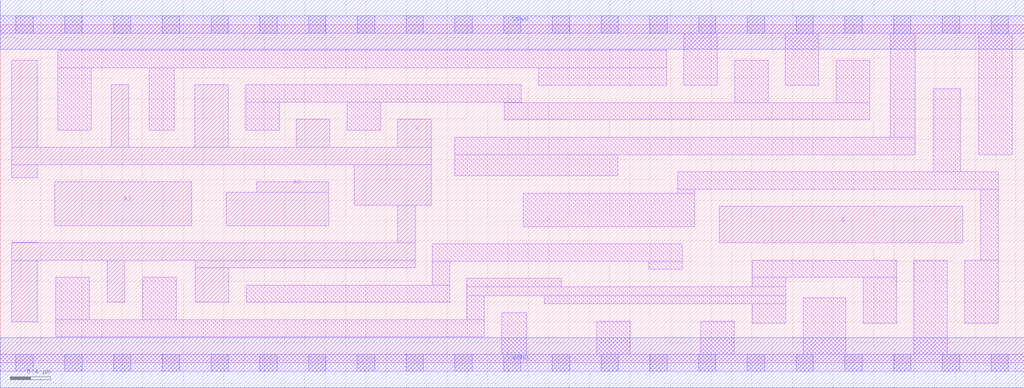
<source format=lef>
# Copyright 2020 The SkyWater PDK Authors
#
# Licensed under the Apache License, Version 2.0 (the "License");
# you may not use this file except in compliance with the License.
# You may obtain a copy of the License at
#
#     https://www.apache.org/licenses/LICENSE-2.0
#
# Unless required by applicable law or agreed to in writing, software
# distributed under the License is distributed on an "AS IS" BASIS,
# WITHOUT WARRANTIES OR CONDITIONS OF ANY KIND, either express or implied.
# See the License for the specific language governing permissions and
# limitations under the License.
#
# SPDX-License-Identifier: Apache-2.0

VERSION 5.7 ;
  NAMESCASESENSITIVE ON ;
  NOWIREEXTENSIONATPIN ON ;
  DIVIDERCHAR "/" ;
  BUSBITCHARS "[]" ;
UNITS
  DATABASE MICRONS 200 ;
END UNITS
MACRO sky130_fd_sc_hs__mux2i_4
  CLASS CORE ;
  SOURCE USER ;
  FOREIGN sky130_fd_sc_hs__mux2i_4 ;
  ORIGIN  0.000000  0.000000 ;
  SIZE  10.08000 BY  3.330000 ;
  SYMMETRY X Y ;
  SITE unit ;
  PIN A0
    ANTENNAGATEAREA  1.116000 ;
    DIRECTION INPUT ;
    USE SIGNAL ;
    PORT
      LAYER li1 ;
        RECT 2.225000 1.350000 3.235000 1.680000 ;
        RECT 2.525000 1.680000 3.235000 1.780000 ;
    END
  END A0
  PIN A1
    ANTENNAGATEAREA  1.116000 ;
    DIRECTION INPUT ;
    USE SIGNAL ;
    PORT
      LAYER li1 ;
        RECT 0.535000 1.350000 1.885000 1.780000 ;
    END
  END A1
  PIN S
    ANTENNAGATEAREA  1.479000 ;
    DIRECTION INPUT ;
    USE SIGNAL ;
    PORT
      LAYER li1 ;
        RECT 7.080000 1.180000 9.475000 1.540000 ;
    END
  END S
  PIN Y
    ANTENNADIFFAREA  2.868700 ;
    DIRECTION OUTPUT ;
    USE SIGNAL ;
    PORT
      LAYER li1 ;
        RECT 0.115000 0.405000 0.365000 1.010000 ;
        RECT 0.115000 1.010000 4.085000 1.180000 ;
        RECT 0.115000 1.180000 0.365000 1.185000 ;
        RECT 0.115000 1.820000 0.365000 1.950000 ;
        RECT 0.115000 1.950000 4.245000 2.120000 ;
        RECT 0.115000 2.120000 0.365000 2.980000 ;
        RECT 1.055000 0.595000 1.225000 1.010000 ;
        RECT 1.095000 2.120000 1.265000 2.735000 ;
        RECT 1.915000 2.120000 2.245000 2.735000 ;
        RECT 1.920000 0.595000 2.250000 0.935000 ;
        RECT 1.920000 0.935000 4.085000 1.010000 ;
        RECT 2.915000 2.120000 3.245000 2.395000 ;
        RECT 3.485000 1.550000 4.245000 1.950000 ;
        RECT 3.915000 1.180000 4.085000 1.550000 ;
        RECT 3.915000 2.120000 4.245000 2.395000 ;
    END
  END Y
  PIN VGND
    DIRECTION INOUT ;
    USE GROUND ;
    PORT
      LAYER met1 ;
        RECT 0.000000 -0.245000 10.080000 0.245000 ;
    END
  END VGND
  PIN VPWR
    DIRECTION INOUT ;
    USE POWER ;
    PORT
      LAYER met1 ;
        RECT 0.000000 3.085000 10.080000 3.575000 ;
    END
  END VPWR
  OBS
    LAYER li1 ;
      RECT 0.000000 -0.085000 10.080000 0.085000 ;
      RECT 0.000000  3.245000 10.080000 3.415000 ;
      RECT 0.545000  0.255000  4.765000 0.425000 ;
      RECT 0.545000  0.425000  0.875000 0.840000 ;
      RECT 0.565000  2.290000  0.895000 2.905000 ;
      RECT 0.565000  2.905000  6.560000 3.075000 ;
      RECT 1.405000  0.425000  1.735000 0.840000 ;
      RECT 1.465000  2.290000  1.715000 2.905000 ;
      RECT 2.415000  2.290000  2.745000 2.565000 ;
      RECT 2.415000  2.565000  5.130000 2.735000 ;
      RECT 2.420000  0.595000  4.425000 0.765000 ;
      RECT 3.415000  2.290000  3.745000 2.565000 ;
      RECT 4.255000  0.765000  4.425000 1.000000 ;
      RECT 4.255000  1.000000  6.715000 1.170000 ;
      RECT 4.475000  1.840000  6.080000 2.050000 ;
      RECT 4.475000  2.050000  9.010000 2.220000 ;
      RECT 4.595000  0.425000  4.765000 0.660000 ;
      RECT 4.595000  0.660000  7.735000 0.750000 ;
      RECT 4.595000  0.750000  5.525000 0.830000 ;
      RECT 4.935000  0.085000  5.185000 0.490000 ;
      RECT 4.960000  2.390000  8.560000 2.560000 ;
      RECT 4.960000  2.560000  5.130000 2.565000 ;
      RECT 5.150000  1.340000  6.840000 1.670000 ;
      RECT 5.300000  2.730000  6.560000 2.905000 ;
      RECT 5.355000  0.580000  7.735000 0.660000 ;
      RECT 5.875000  0.085000  6.205000 0.410000 ;
      RECT 6.385000  0.920000  6.715000 1.000000 ;
      RECT 6.670000  1.670000  6.840000 1.710000 ;
      RECT 6.670000  1.710000  9.825000 1.880000 ;
      RECT 6.730000  2.730000  7.060000 3.245000 ;
      RECT 6.895000  0.085000  7.225000 0.410000 ;
      RECT 7.230000  2.560000  7.560000 2.980000 ;
      RECT 7.405000  0.390000  7.735000 0.580000 ;
      RECT 7.405000  0.750000  7.735000 0.840000 ;
      RECT 7.405000  0.840000  8.825000 1.010000 ;
      RECT 7.730000  2.730000  8.060000 3.245000 ;
      RECT 7.905000  0.085000  8.325000 0.640000 ;
      RECT 8.230000  2.560000  8.560000 2.980000 ;
      RECT 8.495000  0.390000  8.825000 0.840000 ;
      RECT 8.760000  2.220000  9.010000 3.245000 ;
      RECT 8.995000  0.085000  9.325000 1.010000 ;
      RECT 9.185000  1.880000  9.455000 2.700000 ;
      RECT 9.495000  0.390000  9.825000 1.010000 ;
      RECT 9.635000  2.050000  9.965000 3.245000 ;
      RECT 9.655000  1.010000  9.825000 1.710000 ;
    LAYER mcon ;
      RECT 0.155000 -0.085000 0.325000 0.085000 ;
      RECT 0.155000  3.245000 0.325000 3.415000 ;
      RECT 0.635000 -0.085000 0.805000 0.085000 ;
      RECT 0.635000  3.245000 0.805000 3.415000 ;
      RECT 1.115000 -0.085000 1.285000 0.085000 ;
      RECT 1.115000  3.245000 1.285000 3.415000 ;
      RECT 1.595000 -0.085000 1.765000 0.085000 ;
      RECT 1.595000  3.245000 1.765000 3.415000 ;
      RECT 2.075000 -0.085000 2.245000 0.085000 ;
      RECT 2.075000  3.245000 2.245000 3.415000 ;
      RECT 2.555000 -0.085000 2.725000 0.085000 ;
      RECT 2.555000  3.245000 2.725000 3.415000 ;
      RECT 3.035000 -0.085000 3.205000 0.085000 ;
      RECT 3.035000  3.245000 3.205000 3.415000 ;
      RECT 3.515000 -0.085000 3.685000 0.085000 ;
      RECT 3.515000  3.245000 3.685000 3.415000 ;
      RECT 3.995000 -0.085000 4.165000 0.085000 ;
      RECT 3.995000  3.245000 4.165000 3.415000 ;
      RECT 4.475000 -0.085000 4.645000 0.085000 ;
      RECT 4.475000  3.245000 4.645000 3.415000 ;
      RECT 4.955000 -0.085000 5.125000 0.085000 ;
      RECT 4.955000  3.245000 5.125000 3.415000 ;
      RECT 5.435000 -0.085000 5.605000 0.085000 ;
      RECT 5.435000  3.245000 5.605000 3.415000 ;
      RECT 5.915000 -0.085000 6.085000 0.085000 ;
      RECT 5.915000  3.245000 6.085000 3.415000 ;
      RECT 6.395000 -0.085000 6.565000 0.085000 ;
      RECT 6.395000  3.245000 6.565000 3.415000 ;
      RECT 6.875000 -0.085000 7.045000 0.085000 ;
      RECT 6.875000  3.245000 7.045000 3.415000 ;
      RECT 7.355000 -0.085000 7.525000 0.085000 ;
      RECT 7.355000  3.245000 7.525000 3.415000 ;
      RECT 7.835000 -0.085000 8.005000 0.085000 ;
      RECT 7.835000  3.245000 8.005000 3.415000 ;
      RECT 8.315000 -0.085000 8.485000 0.085000 ;
      RECT 8.315000  3.245000 8.485000 3.415000 ;
      RECT 8.795000 -0.085000 8.965000 0.085000 ;
      RECT 8.795000  3.245000 8.965000 3.415000 ;
      RECT 9.275000 -0.085000 9.445000 0.085000 ;
      RECT 9.275000  3.245000 9.445000 3.415000 ;
      RECT 9.755000 -0.085000 9.925000 0.085000 ;
      RECT 9.755000  3.245000 9.925000 3.415000 ;
  END
END sky130_fd_sc_hs__mux2i_4
END LIBRARY

</source>
